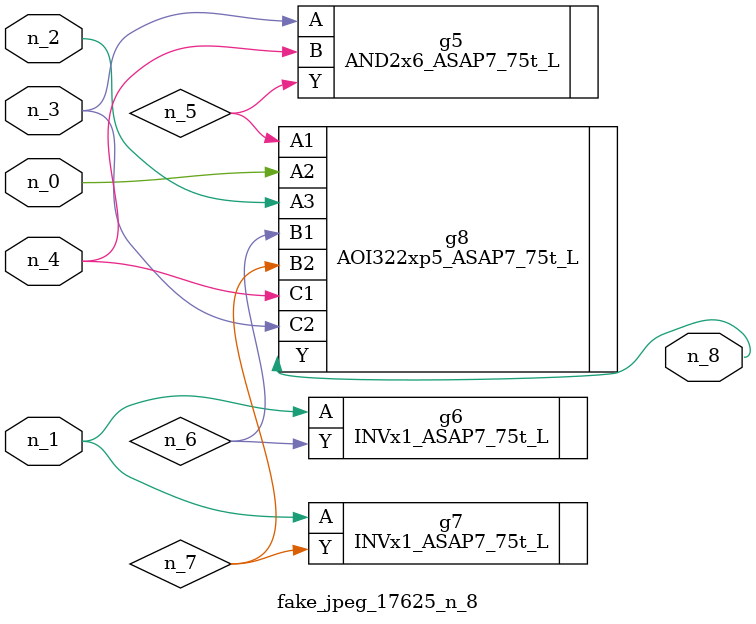
<source format=v>
module fake_jpeg_17625_n_8 (n_3, n_2, n_1, n_0, n_4, n_8);

input n_3;
input n_2;
input n_1;
input n_0;
input n_4;

output n_8;

wire n_6;
wire n_5;
wire n_7;

AND2x6_ASAP7_75t_L g5 ( 
.A(n_3),
.B(n_4),
.Y(n_5)
);

INVx1_ASAP7_75t_L g6 ( 
.A(n_1),
.Y(n_6)
);

INVx1_ASAP7_75t_L g7 ( 
.A(n_1),
.Y(n_7)
);

AOI322xp5_ASAP7_75t_L g8 ( 
.A1(n_5),
.A2(n_0),
.A3(n_2),
.B1(n_6),
.B2(n_7),
.C1(n_4),
.C2(n_3),
.Y(n_8)
);


endmodule
</source>
